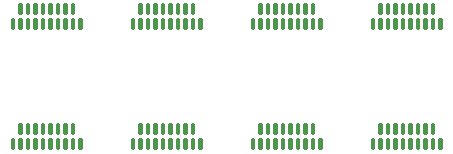
<source format=gtp>
G75*
%MOIN*%
%OFA0B0*%
%FSLAX25Y25*%
%IPPOS*%
%LPD*%
%AMOC8*
5,1,8,0,0,1.08239X$1,22.5*
%
%ADD10C,0.01350*%
D10*
X0009125Y0016675D02*
X0009125Y0019325D01*
X0009275Y0019325D01*
X0009275Y0016675D01*
X0009125Y0016675D01*
X0009125Y0018024D02*
X0009275Y0018024D01*
X0011625Y0019325D02*
X0011625Y0016675D01*
X0011625Y0019325D02*
X0011775Y0019325D01*
X0011775Y0016675D01*
X0011625Y0016675D01*
X0011625Y0018024D02*
X0011775Y0018024D01*
X0014125Y0019325D02*
X0014125Y0016675D01*
X0014125Y0019325D02*
X0014275Y0019325D01*
X0014275Y0016675D01*
X0014125Y0016675D01*
X0014125Y0018024D02*
X0014275Y0018024D01*
X0016625Y0019325D02*
X0016625Y0016675D01*
X0016625Y0019325D02*
X0016775Y0019325D01*
X0016775Y0016675D01*
X0016625Y0016675D01*
X0016625Y0018024D02*
X0016775Y0018024D01*
X0019125Y0019325D02*
X0019125Y0016675D01*
X0019125Y0019325D02*
X0019275Y0019325D01*
X0019275Y0016675D01*
X0019125Y0016675D01*
X0019125Y0018024D02*
X0019275Y0018024D01*
X0021625Y0019325D02*
X0021625Y0016675D01*
X0021625Y0019325D02*
X0021775Y0019325D01*
X0021775Y0016675D01*
X0021625Y0016675D01*
X0021625Y0018024D02*
X0021775Y0018024D01*
X0024125Y0019325D02*
X0024125Y0016675D01*
X0024125Y0019325D02*
X0024275Y0019325D01*
X0024275Y0016675D01*
X0024125Y0016675D01*
X0024125Y0018024D02*
X0024275Y0018024D01*
X0026625Y0019325D02*
X0026625Y0016675D01*
X0026625Y0019325D02*
X0026775Y0019325D01*
X0026775Y0016675D01*
X0026625Y0016675D01*
X0026625Y0018024D02*
X0026775Y0018024D01*
X0029125Y0019325D02*
X0029125Y0016675D01*
X0029125Y0019325D02*
X0029275Y0019325D01*
X0029275Y0016675D01*
X0029125Y0016675D01*
X0029125Y0018024D02*
X0029275Y0018024D01*
X0031625Y0019325D02*
X0031625Y0016675D01*
X0031625Y0019325D02*
X0031775Y0019325D01*
X0031775Y0016675D01*
X0031625Y0016675D01*
X0031625Y0018024D02*
X0031775Y0018024D01*
X0029125Y0021675D02*
X0029125Y0024325D01*
X0029275Y0024325D01*
X0029275Y0021675D01*
X0029125Y0021675D01*
X0029125Y0023024D02*
X0029275Y0023024D01*
X0026625Y0024325D02*
X0026625Y0021675D01*
X0026625Y0024325D02*
X0026775Y0024325D01*
X0026775Y0021675D01*
X0026625Y0021675D01*
X0026625Y0023024D02*
X0026775Y0023024D01*
X0024125Y0024325D02*
X0024125Y0021675D01*
X0024125Y0024325D02*
X0024275Y0024325D01*
X0024275Y0021675D01*
X0024125Y0021675D01*
X0024125Y0023024D02*
X0024275Y0023024D01*
X0021625Y0024325D02*
X0021625Y0021675D01*
X0021625Y0024325D02*
X0021775Y0024325D01*
X0021775Y0021675D01*
X0021625Y0021675D01*
X0021625Y0023024D02*
X0021775Y0023024D01*
X0019125Y0024325D02*
X0019125Y0021675D01*
X0019125Y0024325D02*
X0019275Y0024325D01*
X0019275Y0021675D01*
X0019125Y0021675D01*
X0019125Y0023024D02*
X0019275Y0023024D01*
X0016625Y0024325D02*
X0016625Y0021675D01*
X0016625Y0024325D02*
X0016775Y0024325D01*
X0016775Y0021675D01*
X0016625Y0021675D01*
X0016625Y0023024D02*
X0016775Y0023024D01*
X0014125Y0024325D02*
X0014125Y0021675D01*
X0014125Y0024325D02*
X0014275Y0024325D01*
X0014275Y0021675D01*
X0014125Y0021675D01*
X0014125Y0023024D02*
X0014275Y0023024D01*
X0011625Y0024325D02*
X0011625Y0021675D01*
X0011625Y0024325D02*
X0011775Y0024325D01*
X0011775Y0021675D01*
X0011625Y0021675D01*
X0011625Y0023024D02*
X0011775Y0023024D01*
X0049125Y0019325D02*
X0049125Y0016675D01*
X0049125Y0019325D02*
X0049275Y0019325D01*
X0049275Y0016675D01*
X0049125Y0016675D01*
X0049125Y0018024D02*
X0049275Y0018024D01*
X0051625Y0019325D02*
X0051625Y0016675D01*
X0051625Y0019325D02*
X0051775Y0019325D01*
X0051775Y0016675D01*
X0051625Y0016675D01*
X0051625Y0018024D02*
X0051775Y0018024D01*
X0054125Y0019325D02*
X0054125Y0016675D01*
X0054125Y0019325D02*
X0054275Y0019325D01*
X0054275Y0016675D01*
X0054125Y0016675D01*
X0054125Y0018024D02*
X0054275Y0018024D01*
X0056625Y0019325D02*
X0056625Y0016675D01*
X0056625Y0019325D02*
X0056775Y0019325D01*
X0056775Y0016675D01*
X0056625Y0016675D01*
X0056625Y0018024D02*
X0056775Y0018024D01*
X0059125Y0019325D02*
X0059125Y0016675D01*
X0059125Y0019325D02*
X0059275Y0019325D01*
X0059275Y0016675D01*
X0059125Y0016675D01*
X0059125Y0018024D02*
X0059275Y0018024D01*
X0061625Y0019325D02*
X0061625Y0016675D01*
X0061625Y0019325D02*
X0061775Y0019325D01*
X0061775Y0016675D01*
X0061625Y0016675D01*
X0061625Y0018024D02*
X0061775Y0018024D01*
X0064125Y0019325D02*
X0064125Y0016675D01*
X0064125Y0019325D02*
X0064275Y0019325D01*
X0064275Y0016675D01*
X0064125Y0016675D01*
X0064125Y0018024D02*
X0064275Y0018024D01*
X0066625Y0019325D02*
X0066625Y0016675D01*
X0066625Y0019325D02*
X0066775Y0019325D01*
X0066775Y0016675D01*
X0066625Y0016675D01*
X0066625Y0018024D02*
X0066775Y0018024D01*
X0069125Y0019325D02*
X0069125Y0016675D01*
X0069125Y0019325D02*
X0069275Y0019325D01*
X0069275Y0016675D01*
X0069125Y0016675D01*
X0069125Y0018024D02*
X0069275Y0018024D01*
X0071625Y0019325D02*
X0071625Y0016675D01*
X0071625Y0019325D02*
X0071775Y0019325D01*
X0071775Y0016675D01*
X0071625Y0016675D01*
X0071625Y0018024D02*
X0071775Y0018024D01*
X0069125Y0021675D02*
X0069125Y0024325D01*
X0069275Y0024325D01*
X0069275Y0021675D01*
X0069125Y0021675D01*
X0069125Y0023024D02*
X0069275Y0023024D01*
X0066625Y0024325D02*
X0066625Y0021675D01*
X0066625Y0024325D02*
X0066775Y0024325D01*
X0066775Y0021675D01*
X0066625Y0021675D01*
X0066625Y0023024D02*
X0066775Y0023024D01*
X0064125Y0024325D02*
X0064125Y0021675D01*
X0064125Y0024325D02*
X0064275Y0024325D01*
X0064275Y0021675D01*
X0064125Y0021675D01*
X0064125Y0023024D02*
X0064275Y0023024D01*
X0061625Y0024325D02*
X0061625Y0021675D01*
X0061625Y0024325D02*
X0061775Y0024325D01*
X0061775Y0021675D01*
X0061625Y0021675D01*
X0061625Y0023024D02*
X0061775Y0023024D01*
X0059125Y0024325D02*
X0059125Y0021675D01*
X0059125Y0024325D02*
X0059275Y0024325D01*
X0059275Y0021675D01*
X0059125Y0021675D01*
X0059125Y0023024D02*
X0059275Y0023024D01*
X0056625Y0024325D02*
X0056625Y0021675D01*
X0056625Y0024325D02*
X0056775Y0024325D01*
X0056775Y0021675D01*
X0056625Y0021675D01*
X0056625Y0023024D02*
X0056775Y0023024D01*
X0054125Y0024325D02*
X0054125Y0021675D01*
X0054125Y0024325D02*
X0054275Y0024325D01*
X0054275Y0021675D01*
X0054125Y0021675D01*
X0054125Y0023024D02*
X0054275Y0023024D01*
X0051625Y0024325D02*
X0051625Y0021675D01*
X0051625Y0024325D02*
X0051775Y0024325D01*
X0051775Y0021675D01*
X0051625Y0021675D01*
X0051625Y0023024D02*
X0051775Y0023024D01*
X0089125Y0019325D02*
X0089125Y0016675D01*
X0089125Y0019325D02*
X0089275Y0019325D01*
X0089275Y0016675D01*
X0089125Y0016675D01*
X0089125Y0018024D02*
X0089275Y0018024D01*
X0091625Y0019325D02*
X0091625Y0016675D01*
X0091625Y0019325D02*
X0091775Y0019325D01*
X0091775Y0016675D01*
X0091625Y0016675D01*
X0091625Y0018024D02*
X0091775Y0018024D01*
X0094125Y0019325D02*
X0094125Y0016675D01*
X0094125Y0019325D02*
X0094275Y0019325D01*
X0094275Y0016675D01*
X0094125Y0016675D01*
X0094125Y0018024D02*
X0094275Y0018024D01*
X0096625Y0019325D02*
X0096625Y0016675D01*
X0096625Y0019325D02*
X0096775Y0019325D01*
X0096775Y0016675D01*
X0096625Y0016675D01*
X0096625Y0018024D02*
X0096775Y0018024D01*
X0099125Y0019325D02*
X0099125Y0016675D01*
X0099125Y0019325D02*
X0099275Y0019325D01*
X0099275Y0016675D01*
X0099125Y0016675D01*
X0099125Y0018024D02*
X0099275Y0018024D01*
X0101625Y0019325D02*
X0101625Y0016675D01*
X0101625Y0019325D02*
X0101775Y0019325D01*
X0101775Y0016675D01*
X0101625Y0016675D01*
X0101625Y0018024D02*
X0101775Y0018024D01*
X0104125Y0019325D02*
X0104125Y0016675D01*
X0104125Y0019325D02*
X0104275Y0019325D01*
X0104275Y0016675D01*
X0104125Y0016675D01*
X0104125Y0018024D02*
X0104275Y0018024D01*
X0106625Y0019325D02*
X0106625Y0016675D01*
X0106625Y0019325D02*
X0106775Y0019325D01*
X0106775Y0016675D01*
X0106625Y0016675D01*
X0106625Y0018024D02*
X0106775Y0018024D01*
X0109125Y0019325D02*
X0109125Y0016675D01*
X0109125Y0019325D02*
X0109275Y0019325D01*
X0109275Y0016675D01*
X0109125Y0016675D01*
X0109125Y0018024D02*
X0109275Y0018024D01*
X0111625Y0019325D02*
X0111625Y0016675D01*
X0111625Y0019325D02*
X0111775Y0019325D01*
X0111775Y0016675D01*
X0111625Y0016675D01*
X0111625Y0018024D02*
X0111775Y0018024D01*
X0109125Y0021675D02*
X0109125Y0024325D01*
X0109275Y0024325D01*
X0109275Y0021675D01*
X0109125Y0021675D01*
X0109125Y0023024D02*
X0109275Y0023024D01*
X0106625Y0024325D02*
X0106625Y0021675D01*
X0106625Y0024325D02*
X0106775Y0024325D01*
X0106775Y0021675D01*
X0106625Y0021675D01*
X0106625Y0023024D02*
X0106775Y0023024D01*
X0104125Y0024325D02*
X0104125Y0021675D01*
X0104125Y0024325D02*
X0104275Y0024325D01*
X0104275Y0021675D01*
X0104125Y0021675D01*
X0104125Y0023024D02*
X0104275Y0023024D01*
X0101625Y0024325D02*
X0101625Y0021675D01*
X0101625Y0024325D02*
X0101775Y0024325D01*
X0101775Y0021675D01*
X0101625Y0021675D01*
X0101625Y0023024D02*
X0101775Y0023024D01*
X0099125Y0024325D02*
X0099125Y0021675D01*
X0099125Y0024325D02*
X0099275Y0024325D01*
X0099275Y0021675D01*
X0099125Y0021675D01*
X0099125Y0023024D02*
X0099275Y0023024D01*
X0096625Y0024325D02*
X0096625Y0021675D01*
X0096625Y0024325D02*
X0096775Y0024325D01*
X0096775Y0021675D01*
X0096625Y0021675D01*
X0096625Y0023024D02*
X0096775Y0023024D01*
X0094125Y0024325D02*
X0094125Y0021675D01*
X0094125Y0024325D02*
X0094275Y0024325D01*
X0094275Y0021675D01*
X0094125Y0021675D01*
X0094125Y0023024D02*
X0094275Y0023024D01*
X0091625Y0024325D02*
X0091625Y0021675D01*
X0091625Y0024325D02*
X0091775Y0024325D01*
X0091775Y0021675D01*
X0091625Y0021675D01*
X0091625Y0023024D02*
X0091775Y0023024D01*
X0129125Y0019325D02*
X0129125Y0016675D01*
X0129125Y0019325D02*
X0129275Y0019325D01*
X0129275Y0016675D01*
X0129125Y0016675D01*
X0129125Y0018024D02*
X0129275Y0018024D01*
X0131625Y0019325D02*
X0131625Y0016675D01*
X0131625Y0019325D02*
X0131775Y0019325D01*
X0131775Y0016675D01*
X0131625Y0016675D01*
X0131625Y0018024D02*
X0131775Y0018024D01*
X0134125Y0019325D02*
X0134125Y0016675D01*
X0134125Y0019325D02*
X0134275Y0019325D01*
X0134275Y0016675D01*
X0134125Y0016675D01*
X0134125Y0018024D02*
X0134275Y0018024D01*
X0136625Y0019325D02*
X0136625Y0016675D01*
X0136625Y0019325D02*
X0136775Y0019325D01*
X0136775Y0016675D01*
X0136625Y0016675D01*
X0136625Y0018024D02*
X0136775Y0018024D01*
X0139125Y0019325D02*
X0139125Y0016675D01*
X0139125Y0019325D02*
X0139275Y0019325D01*
X0139275Y0016675D01*
X0139125Y0016675D01*
X0139125Y0018024D02*
X0139275Y0018024D01*
X0141625Y0019325D02*
X0141625Y0016675D01*
X0141625Y0019325D02*
X0141775Y0019325D01*
X0141775Y0016675D01*
X0141625Y0016675D01*
X0141625Y0018024D02*
X0141775Y0018024D01*
X0144125Y0019325D02*
X0144125Y0016675D01*
X0144125Y0019325D02*
X0144275Y0019325D01*
X0144275Y0016675D01*
X0144125Y0016675D01*
X0144125Y0018024D02*
X0144275Y0018024D01*
X0146625Y0019325D02*
X0146625Y0016675D01*
X0146625Y0019325D02*
X0146775Y0019325D01*
X0146775Y0016675D01*
X0146625Y0016675D01*
X0146625Y0018024D02*
X0146775Y0018024D01*
X0149125Y0019325D02*
X0149125Y0016675D01*
X0149125Y0019325D02*
X0149275Y0019325D01*
X0149275Y0016675D01*
X0149125Y0016675D01*
X0149125Y0018024D02*
X0149275Y0018024D01*
X0151625Y0019325D02*
X0151625Y0016675D01*
X0151625Y0019325D02*
X0151775Y0019325D01*
X0151775Y0016675D01*
X0151625Y0016675D01*
X0151625Y0018024D02*
X0151775Y0018024D01*
X0149125Y0021675D02*
X0149125Y0024325D01*
X0149275Y0024325D01*
X0149275Y0021675D01*
X0149125Y0021675D01*
X0149125Y0023024D02*
X0149275Y0023024D01*
X0146625Y0024325D02*
X0146625Y0021675D01*
X0146625Y0024325D02*
X0146775Y0024325D01*
X0146775Y0021675D01*
X0146625Y0021675D01*
X0146625Y0023024D02*
X0146775Y0023024D01*
X0144125Y0024325D02*
X0144125Y0021675D01*
X0144125Y0024325D02*
X0144275Y0024325D01*
X0144275Y0021675D01*
X0144125Y0021675D01*
X0144125Y0023024D02*
X0144275Y0023024D01*
X0141625Y0024325D02*
X0141625Y0021675D01*
X0141625Y0024325D02*
X0141775Y0024325D01*
X0141775Y0021675D01*
X0141625Y0021675D01*
X0141625Y0023024D02*
X0141775Y0023024D01*
X0139125Y0024325D02*
X0139125Y0021675D01*
X0139125Y0024325D02*
X0139275Y0024325D01*
X0139275Y0021675D01*
X0139125Y0021675D01*
X0139125Y0023024D02*
X0139275Y0023024D01*
X0136625Y0024325D02*
X0136625Y0021675D01*
X0136625Y0024325D02*
X0136775Y0024325D01*
X0136775Y0021675D01*
X0136625Y0021675D01*
X0136625Y0023024D02*
X0136775Y0023024D01*
X0134125Y0024325D02*
X0134125Y0021675D01*
X0134125Y0024325D02*
X0134275Y0024325D01*
X0134275Y0021675D01*
X0134125Y0021675D01*
X0134125Y0023024D02*
X0134275Y0023024D01*
X0131625Y0024325D02*
X0131625Y0021675D01*
X0131625Y0024325D02*
X0131775Y0024325D01*
X0131775Y0021675D01*
X0131625Y0021675D01*
X0131625Y0023024D02*
X0131775Y0023024D01*
X0131625Y0056675D02*
X0131625Y0059325D01*
X0131775Y0059325D01*
X0131775Y0056675D01*
X0131625Y0056675D01*
X0131625Y0058024D02*
X0131775Y0058024D01*
X0129125Y0059325D02*
X0129125Y0056675D01*
X0129125Y0059325D02*
X0129275Y0059325D01*
X0129275Y0056675D01*
X0129125Y0056675D01*
X0129125Y0058024D02*
X0129275Y0058024D01*
X0134125Y0059325D02*
X0134125Y0056675D01*
X0134125Y0059325D02*
X0134275Y0059325D01*
X0134275Y0056675D01*
X0134125Y0056675D01*
X0134125Y0058024D02*
X0134275Y0058024D01*
X0136625Y0059325D02*
X0136625Y0056675D01*
X0136625Y0059325D02*
X0136775Y0059325D01*
X0136775Y0056675D01*
X0136625Y0056675D01*
X0136625Y0058024D02*
X0136775Y0058024D01*
X0139125Y0059325D02*
X0139125Y0056675D01*
X0139125Y0059325D02*
X0139275Y0059325D01*
X0139275Y0056675D01*
X0139125Y0056675D01*
X0139125Y0058024D02*
X0139275Y0058024D01*
X0141625Y0059325D02*
X0141625Y0056675D01*
X0141625Y0059325D02*
X0141775Y0059325D01*
X0141775Y0056675D01*
X0141625Y0056675D01*
X0141625Y0058024D02*
X0141775Y0058024D01*
X0144125Y0059325D02*
X0144125Y0056675D01*
X0144125Y0059325D02*
X0144275Y0059325D01*
X0144275Y0056675D01*
X0144125Y0056675D01*
X0144125Y0058024D02*
X0144275Y0058024D01*
X0146625Y0059325D02*
X0146625Y0056675D01*
X0146625Y0059325D02*
X0146775Y0059325D01*
X0146775Y0056675D01*
X0146625Y0056675D01*
X0146625Y0058024D02*
X0146775Y0058024D01*
X0149125Y0059325D02*
X0149125Y0056675D01*
X0149125Y0059325D02*
X0149275Y0059325D01*
X0149275Y0056675D01*
X0149125Y0056675D01*
X0149125Y0058024D02*
X0149275Y0058024D01*
X0151625Y0059325D02*
X0151625Y0056675D01*
X0151625Y0059325D02*
X0151775Y0059325D01*
X0151775Y0056675D01*
X0151625Y0056675D01*
X0151625Y0058024D02*
X0151775Y0058024D01*
X0149125Y0061675D02*
X0149125Y0064325D01*
X0149275Y0064325D01*
X0149275Y0061675D01*
X0149125Y0061675D01*
X0149125Y0063024D02*
X0149275Y0063024D01*
X0146625Y0064325D02*
X0146625Y0061675D01*
X0146625Y0064325D02*
X0146775Y0064325D01*
X0146775Y0061675D01*
X0146625Y0061675D01*
X0146625Y0063024D02*
X0146775Y0063024D01*
X0144125Y0064325D02*
X0144125Y0061675D01*
X0144125Y0064325D02*
X0144275Y0064325D01*
X0144275Y0061675D01*
X0144125Y0061675D01*
X0144125Y0063024D02*
X0144275Y0063024D01*
X0141625Y0064325D02*
X0141625Y0061675D01*
X0141625Y0064325D02*
X0141775Y0064325D01*
X0141775Y0061675D01*
X0141625Y0061675D01*
X0141625Y0063024D02*
X0141775Y0063024D01*
X0139125Y0064325D02*
X0139125Y0061675D01*
X0139125Y0064325D02*
X0139275Y0064325D01*
X0139275Y0061675D01*
X0139125Y0061675D01*
X0139125Y0063024D02*
X0139275Y0063024D01*
X0136625Y0064325D02*
X0136625Y0061675D01*
X0136625Y0064325D02*
X0136775Y0064325D01*
X0136775Y0061675D01*
X0136625Y0061675D01*
X0136625Y0063024D02*
X0136775Y0063024D01*
X0134125Y0064325D02*
X0134125Y0061675D01*
X0134125Y0064325D02*
X0134275Y0064325D01*
X0134275Y0061675D01*
X0134125Y0061675D01*
X0134125Y0063024D02*
X0134275Y0063024D01*
X0131625Y0064325D02*
X0131625Y0061675D01*
X0131625Y0064325D02*
X0131775Y0064325D01*
X0131775Y0061675D01*
X0131625Y0061675D01*
X0131625Y0063024D02*
X0131775Y0063024D01*
X0111625Y0059325D02*
X0111625Y0056675D01*
X0111625Y0059325D02*
X0111775Y0059325D01*
X0111775Y0056675D01*
X0111625Y0056675D01*
X0111625Y0058024D02*
X0111775Y0058024D01*
X0109125Y0059325D02*
X0109125Y0056675D01*
X0109125Y0059325D02*
X0109275Y0059325D01*
X0109275Y0056675D01*
X0109125Y0056675D01*
X0109125Y0058024D02*
X0109275Y0058024D01*
X0106625Y0059325D02*
X0106625Y0056675D01*
X0106625Y0059325D02*
X0106775Y0059325D01*
X0106775Y0056675D01*
X0106625Y0056675D01*
X0106625Y0058024D02*
X0106775Y0058024D01*
X0104125Y0059325D02*
X0104125Y0056675D01*
X0104125Y0059325D02*
X0104275Y0059325D01*
X0104275Y0056675D01*
X0104125Y0056675D01*
X0104125Y0058024D02*
X0104275Y0058024D01*
X0101625Y0059325D02*
X0101625Y0056675D01*
X0101625Y0059325D02*
X0101775Y0059325D01*
X0101775Y0056675D01*
X0101625Y0056675D01*
X0101625Y0058024D02*
X0101775Y0058024D01*
X0099125Y0059325D02*
X0099125Y0056675D01*
X0099125Y0059325D02*
X0099275Y0059325D01*
X0099275Y0056675D01*
X0099125Y0056675D01*
X0099125Y0058024D02*
X0099275Y0058024D01*
X0096625Y0059325D02*
X0096625Y0056675D01*
X0096625Y0059325D02*
X0096775Y0059325D01*
X0096775Y0056675D01*
X0096625Y0056675D01*
X0096625Y0058024D02*
X0096775Y0058024D01*
X0094125Y0059325D02*
X0094125Y0056675D01*
X0094125Y0059325D02*
X0094275Y0059325D01*
X0094275Y0056675D01*
X0094125Y0056675D01*
X0094125Y0058024D02*
X0094275Y0058024D01*
X0091625Y0059325D02*
X0091625Y0056675D01*
X0091625Y0059325D02*
X0091775Y0059325D01*
X0091775Y0056675D01*
X0091625Y0056675D01*
X0091625Y0058024D02*
X0091775Y0058024D01*
X0089125Y0059325D02*
X0089125Y0056675D01*
X0089125Y0059325D02*
X0089275Y0059325D01*
X0089275Y0056675D01*
X0089125Y0056675D01*
X0089125Y0058024D02*
X0089275Y0058024D01*
X0091625Y0061675D02*
X0091625Y0064325D01*
X0091775Y0064325D01*
X0091775Y0061675D01*
X0091625Y0061675D01*
X0091625Y0063024D02*
X0091775Y0063024D01*
X0094125Y0064325D02*
X0094125Y0061675D01*
X0094125Y0064325D02*
X0094275Y0064325D01*
X0094275Y0061675D01*
X0094125Y0061675D01*
X0094125Y0063024D02*
X0094275Y0063024D01*
X0096625Y0064325D02*
X0096625Y0061675D01*
X0096625Y0064325D02*
X0096775Y0064325D01*
X0096775Y0061675D01*
X0096625Y0061675D01*
X0096625Y0063024D02*
X0096775Y0063024D01*
X0099125Y0064325D02*
X0099125Y0061675D01*
X0099125Y0064325D02*
X0099275Y0064325D01*
X0099275Y0061675D01*
X0099125Y0061675D01*
X0099125Y0063024D02*
X0099275Y0063024D01*
X0101625Y0064325D02*
X0101625Y0061675D01*
X0101625Y0064325D02*
X0101775Y0064325D01*
X0101775Y0061675D01*
X0101625Y0061675D01*
X0101625Y0063024D02*
X0101775Y0063024D01*
X0104125Y0064325D02*
X0104125Y0061675D01*
X0104125Y0064325D02*
X0104275Y0064325D01*
X0104275Y0061675D01*
X0104125Y0061675D01*
X0104125Y0063024D02*
X0104275Y0063024D01*
X0106625Y0064325D02*
X0106625Y0061675D01*
X0106625Y0064325D02*
X0106775Y0064325D01*
X0106775Y0061675D01*
X0106625Y0061675D01*
X0106625Y0063024D02*
X0106775Y0063024D01*
X0109125Y0064325D02*
X0109125Y0061675D01*
X0109125Y0064325D02*
X0109275Y0064325D01*
X0109275Y0061675D01*
X0109125Y0061675D01*
X0109125Y0063024D02*
X0109275Y0063024D01*
X0071625Y0059325D02*
X0071625Y0056675D01*
X0071625Y0059325D02*
X0071775Y0059325D01*
X0071775Y0056675D01*
X0071625Y0056675D01*
X0071625Y0058024D02*
X0071775Y0058024D01*
X0069125Y0059325D02*
X0069125Y0056675D01*
X0069125Y0059325D02*
X0069275Y0059325D01*
X0069275Y0056675D01*
X0069125Y0056675D01*
X0069125Y0058024D02*
X0069275Y0058024D01*
X0066625Y0059325D02*
X0066625Y0056675D01*
X0066625Y0059325D02*
X0066775Y0059325D01*
X0066775Y0056675D01*
X0066625Y0056675D01*
X0066625Y0058024D02*
X0066775Y0058024D01*
X0064125Y0059325D02*
X0064125Y0056675D01*
X0064125Y0059325D02*
X0064275Y0059325D01*
X0064275Y0056675D01*
X0064125Y0056675D01*
X0064125Y0058024D02*
X0064275Y0058024D01*
X0061625Y0059325D02*
X0061625Y0056675D01*
X0061625Y0059325D02*
X0061775Y0059325D01*
X0061775Y0056675D01*
X0061625Y0056675D01*
X0061625Y0058024D02*
X0061775Y0058024D01*
X0059125Y0059325D02*
X0059125Y0056675D01*
X0059125Y0059325D02*
X0059275Y0059325D01*
X0059275Y0056675D01*
X0059125Y0056675D01*
X0059125Y0058024D02*
X0059275Y0058024D01*
X0056625Y0059325D02*
X0056625Y0056675D01*
X0056625Y0059325D02*
X0056775Y0059325D01*
X0056775Y0056675D01*
X0056625Y0056675D01*
X0056625Y0058024D02*
X0056775Y0058024D01*
X0054125Y0059325D02*
X0054125Y0056675D01*
X0054125Y0059325D02*
X0054275Y0059325D01*
X0054275Y0056675D01*
X0054125Y0056675D01*
X0054125Y0058024D02*
X0054275Y0058024D01*
X0051625Y0059325D02*
X0051625Y0056675D01*
X0051625Y0059325D02*
X0051775Y0059325D01*
X0051775Y0056675D01*
X0051625Y0056675D01*
X0051625Y0058024D02*
X0051775Y0058024D01*
X0049125Y0059325D02*
X0049125Y0056675D01*
X0049125Y0059325D02*
X0049275Y0059325D01*
X0049275Y0056675D01*
X0049125Y0056675D01*
X0049125Y0058024D02*
X0049275Y0058024D01*
X0051625Y0061675D02*
X0051625Y0064325D01*
X0051775Y0064325D01*
X0051775Y0061675D01*
X0051625Y0061675D01*
X0051625Y0063024D02*
X0051775Y0063024D01*
X0054125Y0064325D02*
X0054125Y0061675D01*
X0054125Y0064325D02*
X0054275Y0064325D01*
X0054275Y0061675D01*
X0054125Y0061675D01*
X0054125Y0063024D02*
X0054275Y0063024D01*
X0056625Y0064325D02*
X0056625Y0061675D01*
X0056625Y0064325D02*
X0056775Y0064325D01*
X0056775Y0061675D01*
X0056625Y0061675D01*
X0056625Y0063024D02*
X0056775Y0063024D01*
X0059125Y0064325D02*
X0059125Y0061675D01*
X0059125Y0064325D02*
X0059275Y0064325D01*
X0059275Y0061675D01*
X0059125Y0061675D01*
X0059125Y0063024D02*
X0059275Y0063024D01*
X0061625Y0064325D02*
X0061625Y0061675D01*
X0061625Y0064325D02*
X0061775Y0064325D01*
X0061775Y0061675D01*
X0061625Y0061675D01*
X0061625Y0063024D02*
X0061775Y0063024D01*
X0064125Y0064325D02*
X0064125Y0061675D01*
X0064125Y0064325D02*
X0064275Y0064325D01*
X0064275Y0061675D01*
X0064125Y0061675D01*
X0064125Y0063024D02*
X0064275Y0063024D01*
X0066625Y0064325D02*
X0066625Y0061675D01*
X0066625Y0064325D02*
X0066775Y0064325D01*
X0066775Y0061675D01*
X0066625Y0061675D01*
X0066625Y0063024D02*
X0066775Y0063024D01*
X0069125Y0064325D02*
X0069125Y0061675D01*
X0069125Y0064325D02*
X0069275Y0064325D01*
X0069275Y0061675D01*
X0069125Y0061675D01*
X0069125Y0063024D02*
X0069275Y0063024D01*
X0031625Y0059325D02*
X0031625Y0056675D01*
X0031625Y0059325D02*
X0031775Y0059325D01*
X0031775Y0056675D01*
X0031625Y0056675D01*
X0031625Y0058024D02*
X0031775Y0058024D01*
X0029125Y0059325D02*
X0029125Y0056675D01*
X0029125Y0059325D02*
X0029275Y0059325D01*
X0029275Y0056675D01*
X0029125Y0056675D01*
X0029125Y0058024D02*
X0029275Y0058024D01*
X0026625Y0059325D02*
X0026625Y0056675D01*
X0026625Y0059325D02*
X0026775Y0059325D01*
X0026775Y0056675D01*
X0026625Y0056675D01*
X0026625Y0058024D02*
X0026775Y0058024D01*
X0024125Y0059325D02*
X0024125Y0056675D01*
X0024125Y0059325D02*
X0024275Y0059325D01*
X0024275Y0056675D01*
X0024125Y0056675D01*
X0024125Y0058024D02*
X0024275Y0058024D01*
X0021625Y0059325D02*
X0021625Y0056675D01*
X0021625Y0059325D02*
X0021775Y0059325D01*
X0021775Y0056675D01*
X0021625Y0056675D01*
X0021625Y0058024D02*
X0021775Y0058024D01*
X0019125Y0059325D02*
X0019125Y0056675D01*
X0019125Y0059325D02*
X0019275Y0059325D01*
X0019275Y0056675D01*
X0019125Y0056675D01*
X0019125Y0058024D02*
X0019275Y0058024D01*
X0016625Y0059325D02*
X0016625Y0056675D01*
X0016625Y0059325D02*
X0016775Y0059325D01*
X0016775Y0056675D01*
X0016625Y0056675D01*
X0016625Y0058024D02*
X0016775Y0058024D01*
X0014125Y0059325D02*
X0014125Y0056675D01*
X0014125Y0059325D02*
X0014275Y0059325D01*
X0014275Y0056675D01*
X0014125Y0056675D01*
X0014125Y0058024D02*
X0014275Y0058024D01*
X0011625Y0059325D02*
X0011625Y0056675D01*
X0011625Y0059325D02*
X0011775Y0059325D01*
X0011775Y0056675D01*
X0011625Y0056675D01*
X0011625Y0058024D02*
X0011775Y0058024D01*
X0009125Y0059325D02*
X0009125Y0056675D01*
X0009125Y0059325D02*
X0009275Y0059325D01*
X0009275Y0056675D01*
X0009125Y0056675D01*
X0009125Y0058024D02*
X0009275Y0058024D01*
X0011625Y0061675D02*
X0011625Y0064325D01*
X0011775Y0064325D01*
X0011775Y0061675D01*
X0011625Y0061675D01*
X0011625Y0063024D02*
X0011775Y0063024D01*
X0014125Y0064325D02*
X0014125Y0061675D01*
X0014125Y0064325D02*
X0014275Y0064325D01*
X0014275Y0061675D01*
X0014125Y0061675D01*
X0014125Y0063024D02*
X0014275Y0063024D01*
X0016625Y0064325D02*
X0016625Y0061675D01*
X0016625Y0064325D02*
X0016775Y0064325D01*
X0016775Y0061675D01*
X0016625Y0061675D01*
X0016625Y0063024D02*
X0016775Y0063024D01*
X0019125Y0064325D02*
X0019125Y0061675D01*
X0019125Y0064325D02*
X0019275Y0064325D01*
X0019275Y0061675D01*
X0019125Y0061675D01*
X0019125Y0063024D02*
X0019275Y0063024D01*
X0021625Y0064325D02*
X0021625Y0061675D01*
X0021625Y0064325D02*
X0021775Y0064325D01*
X0021775Y0061675D01*
X0021625Y0061675D01*
X0021625Y0063024D02*
X0021775Y0063024D01*
X0024125Y0064325D02*
X0024125Y0061675D01*
X0024125Y0064325D02*
X0024275Y0064325D01*
X0024275Y0061675D01*
X0024125Y0061675D01*
X0024125Y0063024D02*
X0024275Y0063024D01*
X0026625Y0064325D02*
X0026625Y0061675D01*
X0026625Y0064325D02*
X0026775Y0064325D01*
X0026775Y0061675D01*
X0026625Y0061675D01*
X0026625Y0063024D02*
X0026775Y0063024D01*
X0029125Y0064325D02*
X0029125Y0061675D01*
X0029125Y0064325D02*
X0029275Y0064325D01*
X0029275Y0061675D01*
X0029125Y0061675D01*
X0029125Y0063024D02*
X0029275Y0063024D01*
M02*

</source>
